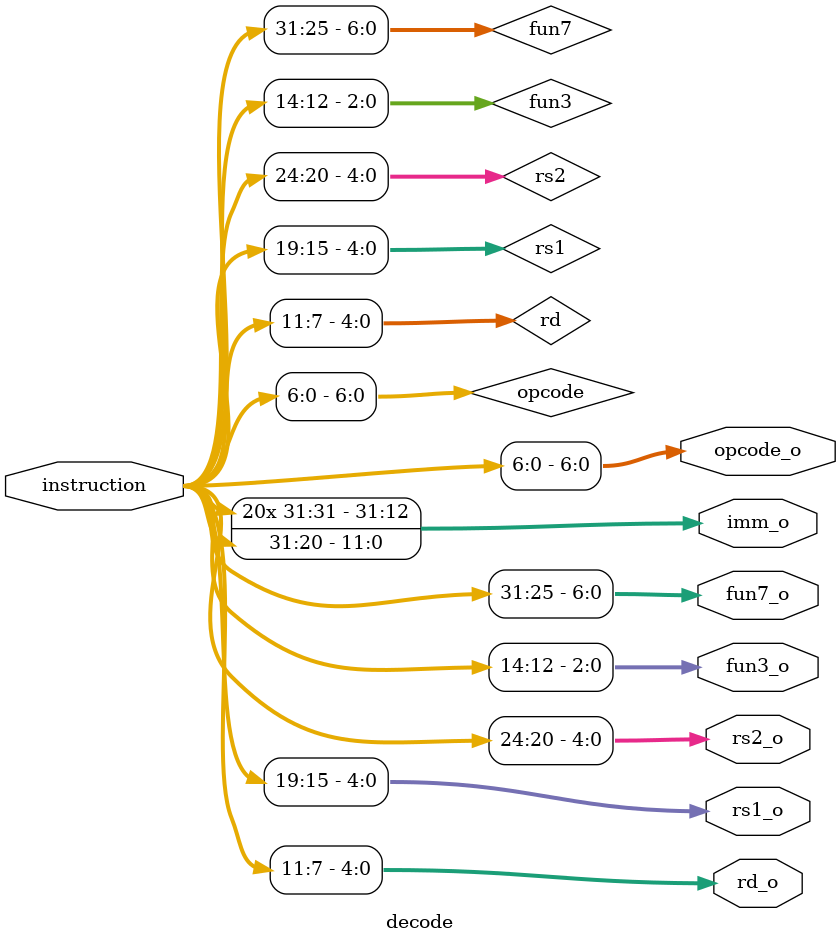
<source format=v>
module decode (
    input  wire [31:0]  instruction,
    output wire  [4:0]  rd_o,
    output wire  [4:0]  rs1_o,
    output wire  [4:0]  rs2_o,
    output wire  [2:0]  fun3_o,
    output wire  [6:0]  fun7_o,
    output wire  [31:0] imm_o,
    output wire  [6:0]  opcode_o
);

    wire [6:0] opcode;
    wire [4:0] rd, rs1, rs2;
    wire [2:0] fun3;
    wire [6:0] fun7;

    assign opcode = instruction[6:0];
    assign rd     = instruction[11:7];
    assign fun3   = instruction[14:12];
    assign rs1    = instruction[19:15];
    assign rs2    = instruction[24:20];
    assign fun7   = instruction[31:25];

    assign rd_o     = rd;
    assign rs1_o    = rs1;
    assign rs2_o    = rs2;
    assign fun3_o   = fun3;
    assign fun7_o   = fun7;
    assign opcode_o = opcode;

    // Immediate value generation based on instruction type
    // I-type
    assign imm_o = {{21{instruction[31]}}, instruction[30:20]};
    // S-type
    // assign imm_o = {{21{instruction[31]}}, instruction[30:25], instruction[11:7]};
    // Other types can be added here if needed

endmodule


</source>
